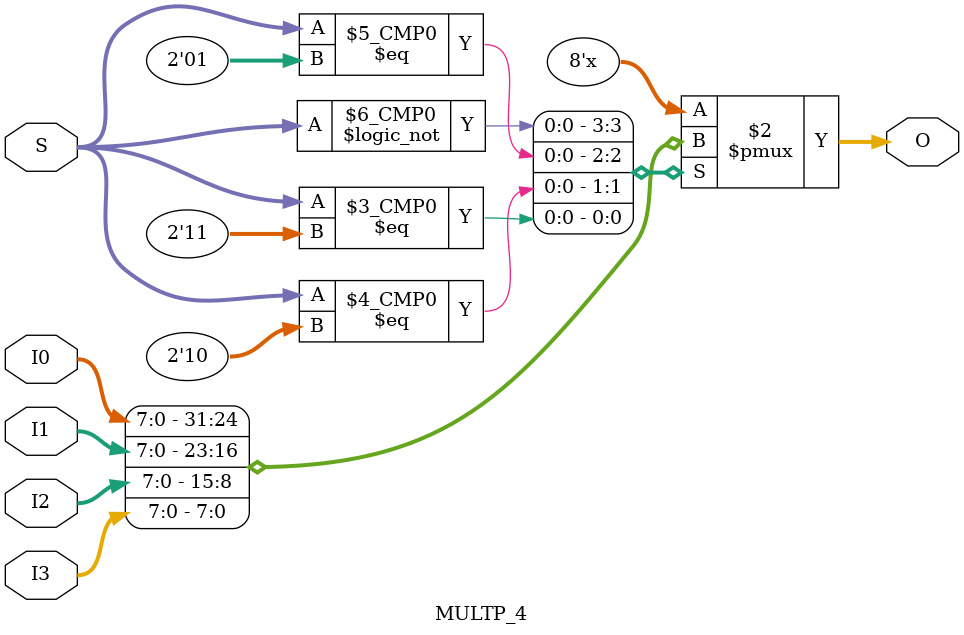
<source format=v>
`timescale 1ns / 1ps
module MULTP_4 #(parameter N=8)(
    //input: 4 N-bit
    //output 1 N-bit
	input [N-1:0]I0,
	input [N-1:0]I1,
	input [N-1:0]I2,
	input [N-1:0]I3,
	input [1:0]S,
	output reg [N-1:0]O
    );

(* dont_touch *)
always @* begin
	case(S)
		2'b00: O = I0;
		2'b01: O = I1;
		2'b10: O = I2;
		2'b11: O = I3;
	endcase
end

endmodule


</source>
